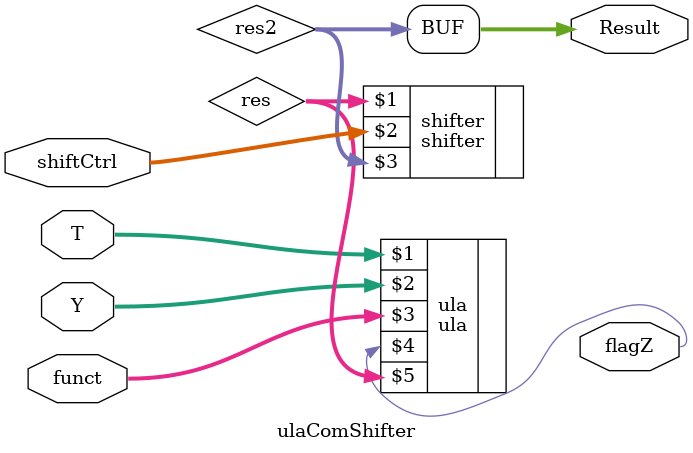
<source format=v>
module ulaComShifter
#(
  parameter DATA_WIDTH=16,
  parameter FUNCT_WIDTH=5
 )
(
	input [DATA_WIDTH-1:0] T,
	input [DATA_WIDTH-1:0] Y,
	input [FUNCT_WIDTH-1:0] funct,
	input [1:0] shiftCtrl,
	output wire flagZ,
	output [DATA_WIDTH-1:0] Result
);
	wire [DATA_WIDTH-1:0] res;
	wire [DATA_WIDTH-1:0] res2;
	
	ula ula(T,Y,funct,flagZ,res);
	shifter shifter(res,shiftCtrl,res2);
	
	assign Result = res2;
endmodule 
</source>
